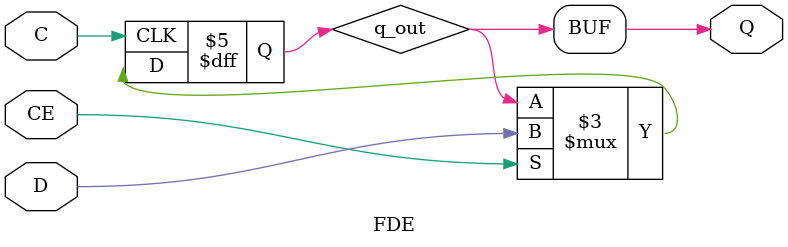
<source format=v>

`timescale  1 ps / 1 ps


module FDE (Q, C, CE, D);

    parameter INIT = 1'b0;

    output Q;

    input  C, CE, D;

    wire Q;
    reg q_out;
   
    initial q_out = INIT;

    assign Q = q_out;

    always @(posedge C)
	    if (CE)
	       q_out <=  D;

    specify
        if (CE)
            (posedge C => (Q +: D)) = (100, 100);
    endspecify

endmodule

</source>
